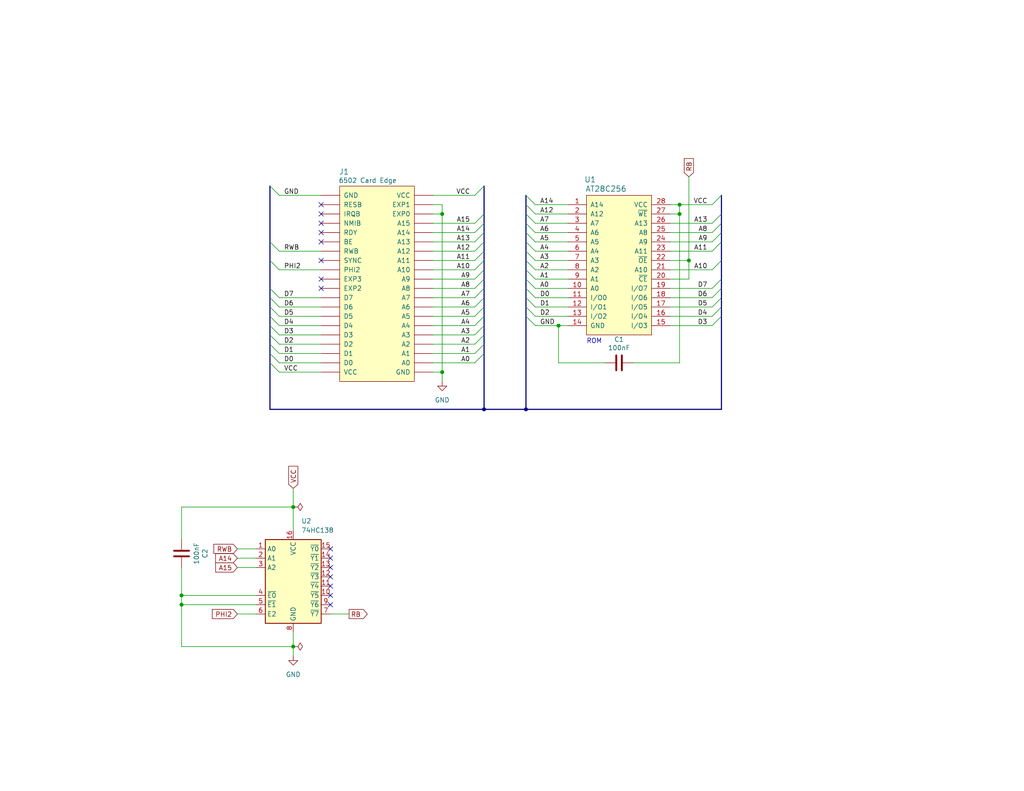
<source format=kicad_sch>
(kicad_sch (version 20250114) (generator "eeschema") (generator_version "9.0")
  (paper "USLetter")
  (title_block (title "6502 ROM Cart") (date "2025-09-17") (rev "1.0") (company "A.C. Wright Design"))
  (lib_symbols
    (symbol "6502 Parts:6502 Card Edge" (pin_names (offset 1.016)) (in_bom no)
      (property "Reference" "J" (at -10.16 28.448 0))
      (property "Value" "6502 Card Edge" (at -5.588 26.924 0))
      (symbol "6502 Card Edge_1_0"
        (rectangle (start -10.16 25.4) (end 10.16 -27.94) (fill (type background)))
        (pin power_in line (at -15.24 22.86 0) (length 5.08) (name "GND") (number "GND"))
        (pin bidirectional line (at -15.24 20.32 0) (length 5.08) (name "RESB") (number "RESB"))
        (pin bidirectional line (at -15.24 17.78 0) (length 5.08) (name "IRQB") (number "IRQB"))
        (pin bidirectional line (at -15.24 15.24 0) (length 5.08) (name "NMIB") (number "NMIB"))
        (pin bidirectional line (at -15.24 12.7 0) (length 5.08) (name "RDY") (number "RDY"))
        (pin bidirectional line (at -15.24 10.16 0) (length 5.08) (name "BE") (number "BE"))
        (pin bidirectional line (at -15.24 7.62 0) (length 5.08) (name "RWB") (number "RWB"))
        (pin bidirectional line (at -15.24 5.08 0) (length 5.08) (name "SYNC") (number "SYNC"))
        (pin bidirectional line (at -15.24 2.54 0) (length 5.08) (name "PHI2") (number "PHI2"))
        (pin bidirectional line (at -15.24 0 0) (length 5.08) (name "EXP3") (number "EXP3"))
        (pin bidirectional line (at -15.24 -2.54 0) (length 5.08) (name "EXP2") (number "EXP2"))
        (pin bidirectional line (at -15.24 -5.08 0) (length 5.08) (name "D7") (number "D7"))
        (pin bidirectional line (at -15.24 -7.62 0) (length 5.08) (name "D6") (number "D6"))
        (pin bidirectional line (at -15.24 -10.16 0) (length 5.08) (name "D5") (number "D5"))
        (pin bidirectional line (at -15.24 -12.7 0) (length 5.08) (name "D4") (number "D4"))
        (pin bidirectional line (at -15.24 -15.24 0) (length 5.08) (name "D3") (number "D3"))
        (pin bidirectional line (at -15.24 -17.78 0) (length 5.08) (name "D2") (number "D2"))
        (pin bidirectional line (at -15.24 -20.32 0) (length 5.08) (name "D1") (number "D1"))
        (pin bidirectional line (at -15.24 -22.86 0) (length 5.08) (name "D0") (number "D0"))
        (pin power_in line (at -15.24 -25.4 0) (length 5.08) (name "VCC") (number "VCC"))
        (pin power_in line (at 15.24 22.86 180) (length 5.08) (name "VCC") (number "VCC"))
        (pin bidirectional line (at 15.24 20.32 180) (length 5.08) (name "EXP1") (number "EXP1"))
        (pin bidirectional line (at 15.24 17.78 180) (length 5.08) (name "EXP0") (number "EXP0"))
        (pin bidirectional line (at 15.24 15.24 180) (length 5.08) (name "A15") (number "A15"))
        (pin bidirectional line (at 15.24 12.7 180) (length 5.08) (name "A14") (number "A14"))
        (pin bidirectional line (at 15.24 10.16 180) (length 5.08) (name "A13") (number "A13"))
        (pin bidirectional line (at 15.24 7.62 180) (length 5.08) (name "A12") (number "A12"))
        (pin bidirectional line (at 15.24 5.08 180) (length 5.08) (name "A11") (number "A11"))
        (pin bidirectional line (at 15.24 2.54 180) (length 5.08) (name "A10") (number "A10"))
        (pin bidirectional line (at 15.24 0 180) (length 5.08) (name "A9") (number "A9"))
        (pin bidirectional line (at 15.24 -2.54 180) (length 5.08) (name "A8") (number "A8"))
        (pin bidirectional line (at 15.24 -5.08 180) (length 5.08) (name "A7") (number "A7"))
        (pin bidirectional line (at 15.24 -7.62 180) (length 5.08) (name "A6") (number "A6"))
        (pin bidirectional line (at 15.24 -10.16 180) (length 5.08) (name "A5") (number "A5"))
        (pin bidirectional line (at 15.24 -12.7 180) (length 5.08) (name "A4") (number "A4"))
        (pin bidirectional line (at 15.24 -15.24 180) (length 5.08) (name "A3") (number "A3"))
        (pin bidirectional line (at 15.24 -17.78 180) (length 5.08) (name "A2") (number "A2"))
        (pin bidirectional line (at 15.24 -20.32 180) (length 5.08) (name "A1") (number "A1"))
        (pin bidirectional line (at 15.24 -22.86 180) (length 5.08) (name "A0") (number "A0"))
        (pin power_in line (at 15.24 -25.4 180) (length 5.08) (name "GND") (number "GND"))
      )
    )
    (symbol "6502 Parts:AT28C256" (pin_names (offset 1.016))
      (property "Reference" "U" (at 4.826 6.858 0))
      (property "Value" "AT28C256" (at 4.826 4.318 0))
      (symbol "AT28C256_1_0"
        (pin bidirectional line (at 0 0 0) (length 5.08) (name "A14") (number "1"))
        (pin bidirectional line (at 0 -2.54 0) (length 5.08) (name "A12") (number "2"))
        (pin bidirectional line (at 0 -5.08 0) (length 5.08) (name "A7") (number "3"))
        (pin bidirectional line (at 0 -7.62 0) (length 5.08) (name "A6") (number "4"))
        (pin bidirectional line (at 0 -10.16 0) (length 5.08) (name "A5") (number "5"))
        (pin bidirectional line (at 0 -12.7 0) (length 5.08) (name "A4") (number "6"))
        (pin bidirectional line (at 0 -15.24 0) (length 5.08) (name "A3") (number "7"))
        (pin bidirectional line (at 0 -17.78 0) (length 5.08) (name "A2") (number "8"))
        (pin bidirectional line (at 0 -20.32 0) (length 5.08) (name "A1") (number "9"))
        (pin bidirectional line (at 0 -22.86 0) (length 5.08) (name "A0") (number "10"))
        (pin bidirectional line (at 0 -25.4 0) (length 5.08) (name "I/O0") (number "11"))
        (pin bidirectional line (at 0 -27.94 0) (length 5.08) (name "I/O1") (number "12"))
        (pin bidirectional line (at 0 -30.48 0) (length 5.08) (name "I/O2") (number "13"))
        (pin power_in line (at 0 -33.02 0) (length 5.08) (name "GND") (number "14"))
        (pin power_in line (at 27.94 0 180) (length 5.08) (name "VCC") (number "28"))
        (pin bidirectional line (at 27.94 -2.54 180) (length 5.08) (name "~{WE}") (number "27"))
        (pin bidirectional line (at 27.94 -5.08 180) (length 5.08) (name "A13") (number "26"))
        (pin bidirectional line (at 27.94 -7.62 180) (length 5.08) (name "A8") (number "25"))
        (pin bidirectional line (at 27.94 -10.16 180) (length 5.08) (name "A9") (number "24"))
        (pin bidirectional line (at 27.94 -12.7 180) (length 5.08) (name "A11") (number "23"))
        (pin bidirectional line (at 27.94 -15.24 180) (length 5.08) (name "~{OE}") (number "22"))
        (pin bidirectional line (at 27.94 -17.78 180) (length 5.08) (name "A10") (number "21"))
        (pin bidirectional line (at 27.94 -20.32 180) (length 5.08) (name "~{CE}") (number "20"))
        (pin bidirectional line (at 27.94 -22.86 180) (length 5.08) (name "I/O7") (number "19"))
        (pin bidirectional line (at 27.94 -25.4 180) (length 5.08) (name "I/O6") (number "18"))
        (pin bidirectional line (at 27.94 -27.94 180) (length 5.08) (name "I/O5") (number "17"))
        (pin bidirectional line (at 27.94 -30.48 180) (length 5.08) (name "I/O4") (number "16"))
        (pin bidirectional line (at 27.94 -33.02 180) (length 5.08) (name "I/O3") (number "15"))
      )
      (symbol "AT28C256_1_1"
        (rectangle (start 5.08 2.54) (end 22.86 -35.56) (fill (type background)))
      )
    )
    (symbol "74xx:74HC138"
      (property "Reference" "U" (at -7.62 13.97 0))
      (property "Value" "74HC138" (at 2.54 -11.43 0))
      (symbol "74HC138_0_1"
        (rectangle (start -7.62 12.7) (end 7.62 -10.16) (stroke (width 0.254)) (fill (type background)))
      )
      (symbol "74HC138_1_1"
        (pin input line (at -10.16 10.16 0) (length 2.54) (name "A0") (number "1"))
        (pin input line (at -10.16 7.62 0) (length 2.54) (name "A1") (number "2"))
        (pin input line (at -10.16 5.08 0) (length 2.54) (name "A2") (number "3"))
        (pin input line (at -10.16 -2.54 0) (length 2.54) (name "~{E0}") (number "4"))
        (pin input line (at -10.16 -5.08 0) (length 2.54) (name "~{E1}") (number "5"))
        (pin input line (at -10.16 -7.62 0) (length 2.54) (name "E2") (number "6"))
        (pin power_in line (at 0 15.24 270) (length 2.54) (name "VCC") (number "16"))
        (pin power_in line (at 0 -12.7 90) (length 2.54) (name "GND") (number "8"))
        (pin output line (at 10.16 10.16 180) (length 2.54) (name "~{Y0}") (number "15"))
        (pin output line (at 10.16 7.62 180) (length 2.54) (name "~{Y1}") (number "14"))
        (pin output line (at 10.16 5.08 180) (length 2.54) (name "~{Y2}") (number "13"))
        (pin output line (at 10.16 2.54 180) (length 2.54) (name "~{Y3}") (number "12"))
        (pin output line (at 10.16 0 180) (length 2.54) (name "~{Y4}") (number "11"))
        (pin output line (at 10.16 -2.54 180) (length 2.54) (name "~{Y5}") (number "10"))
        (pin output line (at 10.16 -5.08 180) (length 2.54) (name "~{Y6}") (number "9"))
        (pin output line (at 10.16 -7.62 180) (length 2.54) (name "~{Y7}") (number "7"))
      )
    )
    (symbol "Device:C" (pin_numbers (hide yes)) (pin_names (offset 0.254))
      (property "Reference" "C" (at 0.635 2.54 0))
      (property "Value" "C" (at 0.635 -2.54 0))
      (symbol "C_0_1"
        (polyline (pts (xy -2.032 0.762) (xy 2.032 0.762)) (stroke (width 0.508)))
        (polyline (pts (xy -2.032 -0.762) (xy 2.032 -0.762)) (stroke (width 0.508)))
      )
      (symbol "C_1_1"
        (pin passive line (at 0 3.81 270) (length 2.794) (name "~") (number "1"))
        (pin passive line (at 0 -3.81 90) (length 2.794) (name "~") (number "2"))
      )
    )
    (symbol "power:GND" (power) (pin_numbers (hide yes)) (pin_names (offset 0) (hide yes))
      (property "Value" "GND" (at 0 -3.81 0))
      (symbol "GND_0_1"
        (polyline (pts (xy 0 0) (xy 0 -1.27) (xy 1.27 -1.27) (xy 0 -2.54) (xy -1.27 -1.27) (xy 0 -1.27)))
      )
      (symbol "GND_1_1"
        (pin power_in line (at 0 0 270) (length 0) (name "~") (number "1"))
      )
    )
    (symbol "power:PWR_FLAG" (power) (pin_numbers (hide yes)) (pin_names (offset 0) (hide yes))
      (property "Value" "PWR_FLAG" (at 0 3.81 0))
      (symbol "PWR_FLAG_0_0"
        (pin power_out line (at 0 0 90) (length 0) (name "~") (number "1"))
      )
      (symbol "PWR_FLAG_0_1"
        (polyline (pts (xy 0 0) (xy 0 1.27) (xy -1.016 1.905) (xy 0 2.54) (xy 1.016 1.905) (xy 0 1.27)))
      )
    )
  )
  (text "ROM" (at 160.02 93.98 0) (effects (font (size 1.27 1.27)) (justify left bottom)))
  (junction (at 49.53 165.1))
  (junction (at 80.01 176.53))
  (junction (at 120.65 58.42))
  (junction (at 143.51 111.76))
  (junction (at 132.08 111.76))
  (junction (at 185.42 58.42))
  (junction (at 80.01 138.43))
  (junction (at 187.96 71.12))
  (junction (at 49.53 162.56))
  (junction (at 120.65 101.6))
  (junction (at 185.42 55.88))
  (junction (at 152.4 88.9))
  (no_connect (at 87.63 66.04))
  (no_connect (at 90.17 152.4))
  (no_connect (at 87.63 55.88))
  (no_connect (at 90.17 149.86))
  (no_connect (at 87.63 60.96))
  (no_connect (at 90.17 162.56))
  (no_connect (at 90.17 165.1))
  (no_connect (at 90.17 157.48))
  (no_connect (at 87.63 58.42))
  (no_connect (at 87.63 71.12))
  (no_connect (at 87.63 78.74))
  (no_connect (at 87.63 76.2))
  (no_connect (at 87.63 63.5))
  (no_connect (at 90.17 160.02))
  (no_connect (at 90.17 154.94))
  (bus_entry (at 143.51 66.04) (size 2.54 2.54))
  (bus_entry (at 196.85 63.5) (size -2.54 2.54))
  (bus_entry (at 73.66 78.74) (size 2.54 2.54))
  (bus_entry (at 129.54 53.34) (size 2.54 -2.54))
  (bus_entry (at 132.08 93.98) (size -2.54 2.54))
  (bus_entry (at 132.08 60.96) (size -2.54 2.54))
  (bus_entry (at 73.66 50.8) (size 2.54 2.54))
  (bus_entry (at 73.66 99.06) (size 2.54 2.54))
  (bus_entry (at 132.08 81.28) (size -2.54 2.54))
  (bus_entry (at 196.85 76.2) (size -2.54 2.54))
  (bus_entry (at 143.51 83.82) (size 2.54 2.54))
  (bus_entry (at 132.08 83.82) (size -2.54 2.54))
  (bus_entry (at 196.85 53.34) (size -2.54 2.54))
  (bus_entry (at 132.08 66.04) (size -2.54 2.54))
  (bus_entry (at 132.08 73.66) (size -2.54 2.54))
  (bus_entry (at 132.08 96.52) (size -2.54 2.54))
  (bus_entry (at 73.66 81.28) (size 2.54 2.54))
  (bus_entry (at 143.51 81.28) (size 2.54 2.54))
  (bus_entry (at 143.51 76.2) (size 2.54 2.54))
  (bus_entry (at 143.51 58.42) (size 2.54 2.54))
  (bus_entry (at 143.51 55.88) (size 2.54 2.54))
  (bus_entry (at 196.85 66.04) (size -2.54 2.54))
  (bus_entry (at 132.08 63.5) (size -2.54 2.54))
  (bus_entry (at 73.66 88.9) (size 2.54 2.54))
  (bus_entry (at 73.66 91.44) (size 2.54 2.54))
  (bus_entry (at 132.08 88.9) (size -2.54 2.54))
  (bus_entry (at 132.08 71.12) (size -2.54 2.54))
  (bus_entry (at 132.08 58.42) (size -2.54 2.54))
  (bus_entry (at 143.51 86.36) (size 2.54 2.54))
  (bus_entry (at 143.51 73.66) (size 2.54 2.54))
  (bus_entry (at 132.08 76.2) (size -2.54 2.54))
  (bus_entry (at 73.66 86.36) (size 2.54 2.54))
  (bus_entry (at 196.85 86.36) (size -2.54 2.54))
  (bus_entry (at 143.51 53.34) (size 2.54 2.54))
  (bus_entry (at 196.85 60.96) (size -2.54 2.54))
  (bus_entry (at 196.85 78.74) (size -2.54 2.54))
  (bus_entry (at 132.08 86.36) (size -2.54 2.54))
  (bus_entry (at 73.66 83.82) (size 2.54 2.54))
  (bus_entry (at 132.08 78.74) (size -2.54 2.54))
  (bus_entry (at 132.08 68.58) (size -2.54 2.54))
  (bus_entry (at 73.66 93.98) (size 2.54 2.54))
  (bus_entry (at 196.85 81.28) (size -2.54 2.54))
  (bus_entry (at 143.51 63.5) (size 2.54 2.54))
  (bus_entry (at 73.66 96.52) (size 2.54 2.54))
  (bus_entry (at 143.51 60.96) (size 2.54 2.54))
  (bus_entry (at 143.51 71.12) (size 2.54 2.54))
  (bus_entry (at 196.85 58.42) (size -2.54 2.54))
  (bus_entry (at 196.85 71.12) (size -2.54 2.54))
  (bus_entry (at 143.51 78.74) (size 2.54 2.54))
  (bus_entry (at 132.08 91.44) (size -2.54 2.54))
  (bus_entry (at 73.66 71.12) (size 2.54 2.54))
  (bus_entry (at 143.51 68.58) (size 2.54 2.54))
  (bus_entry (at 73.66 66.04) (size 2.54 2.54))
  (bus_entry (at 196.85 83.82) (size -2.54 2.54))
  (wire (pts (xy 146.05 55.88) (xy 154.94 55.88)))
  (wire (pts (xy 194.31 66.04) (xy 182.88 66.04)))
  (wire (pts (xy 194.31 83.82) (xy 182.88 83.82)))
  (wire (pts (xy 80.01 138.43) (xy 80.01 144.78)))
  (wire (pts (xy 87.63 88.9) (xy 76.2 88.9)))
  (wire (pts (xy 194.31 60.96) (xy 182.88 60.96)))
  (wire (pts (xy 49.53 138.43) (xy 49.53 147.32)))
  (wire (pts (xy 49.53 165.1) (xy 49.53 162.56)))
  (wire (pts (xy 49.53 176.53) (xy 80.01 176.53)))
  (wire (pts (xy 118.11 66.04) (xy 129.54 66.04)))
  (bus (pts (xy 143.51 83.82) (xy 143.51 86.36)))
  (wire (pts (xy 185.42 99.06) (xy 185.42 58.42)))
  (bus (pts (xy 132.08 63.5) (xy 132.08 66.04)))
  (wire (pts (xy 49.53 176.53) (xy 49.53 165.1)))
  (wire (pts (xy 87.63 83.82) (xy 76.2 83.82)))
  (bus (pts (xy 196.85 78.74) (xy 196.85 81.28)))
  (wire (pts (xy 87.63 99.06) (xy 76.2 99.06)))
  (bus (pts (xy 143.51 71.12) (xy 143.51 73.66)))
  (bus (pts (xy 143.51 53.34) (xy 143.51 55.88)))
  (wire (pts (xy 76.2 96.52) (xy 87.63 96.52)))
  (wire (pts (xy 87.63 93.98) (xy 76.2 93.98)))
  (bus (pts (xy 196.85 63.5) (xy 196.85 66.04)))
  (wire (pts (xy 76.2 53.34) (xy 87.63 53.34)))
  (bus (pts (xy 196.85 83.82) (xy 196.85 86.36)))
  (wire (pts (xy 154.94 58.42) (xy 146.05 58.42)))
  (wire (pts (xy 80.01 172.72) (xy 80.01 176.53)))
  (bus (pts (xy 73.66 111.76) (xy 132.08 111.76)))
  (wire (pts (xy 76.2 68.58) (xy 87.63 68.58)))
  (wire (pts (xy 80.01 138.43) (xy 49.53 138.43)))
  (bus (pts (xy 73.66 96.52) (xy 73.66 99.06)))
  (bus (pts (xy 73.66 66.04) (xy 73.66 71.12)))
  (wire (pts (xy 182.88 63.5) (xy 194.31 63.5)))
  (bus (pts (xy 143.51 58.42) (xy 143.51 60.96)))
  (bus (pts (xy 73.66 71.12) (xy 73.66 78.74)))
  (bus (pts (xy 196.85 81.28) (xy 196.85 83.82)))
  (wire (pts (xy 146.05 60.96) (xy 154.94 60.96)))
  (bus (pts (xy 132.08 60.96) (xy 132.08 63.5)))
  (bus (pts (xy 132.08 73.66) (xy 132.08 76.2)))
  (wire (pts (xy 118.11 83.82) (xy 129.54 83.82)))
  (wire (pts (xy 154.94 88.9) (xy 152.4 88.9)))
  (wire (pts (xy 185.42 55.88) (xy 194.31 55.88)))
  (wire (pts (xy 76.2 81.28) (xy 87.63 81.28)))
  (wire (pts (xy 182.88 73.66) (xy 194.31 73.66)))
  (wire (pts (xy 146.05 76.2) (xy 154.94 76.2)))
  (wire (pts (xy 187.96 48.26) (xy 187.96 71.12)))
  (wire (pts (xy 80.01 176.53) (xy 80.01 179.07)))
  (wire (pts (xy 194.31 88.9) (xy 182.88 88.9)))
  (bus (pts (xy 143.51 76.2) (xy 143.51 78.74)))
  (wire (pts (xy 64.77 152.4) (xy 69.85 152.4)))
  (wire (pts (xy 146.05 86.36) (xy 154.94 86.36)))
  (bus (pts (xy 73.66 88.9) (xy 73.66 91.44)))
  (wire (pts (xy 118.11 96.52) (xy 129.54 96.52)))
  (wire (pts (xy 49.53 154.94) (xy 49.53 162.56)))
  (wire (pts (xy 118.11 53.34) (xy 129.54 53.34)))
  (wire (pts (xy 152.4 88.9) (xy 152.4 99.06)))
  (wire (pts (xy 172.72 99.06) (xy 185.42 99.06)))
  (bus (pts (xy 132.08 66.04) (xy 132.08 68.58)))
  (bus (pts (xy 132.08 88.9) (xy 132.08 91.44)))
  (wire (pts (xy 182.88 58.42) (xy 185.42 58.42)))
  (wire (pts (xy 118.11 88.9) (xy 129.54 88.9)))
  (wire (pts (xy 76.2 91.44) (xy 87.63 91.44)))
  (wire (pts (xy 118.11 71.12) (xy 129.54 71.12)))
  (wire (pts (xy 154.94 73.66) (xy 146.05 73.66)))
  (bus (pts (xy 196.85 71.12) (xy 196.85 76.2)))
  (wire (pts (xy 187.96 71.12) (xy 187.96 76.2)))
  (bus (pts (xy 132.08 96.52) (xy 132.08 111.76)))
  (bus (pts (xy 132.08 83.82) (xy 132.08 86.36)))
  (wire (pts (xy 129.54 86.36) (xy 118.11 86.36)))
  (wire (pts (xy 76.2 86.36) (xy 87.63 86.36)))
  (wire (pts (xy 64.77 149.86) (xy 69.85 149.86)))
  (wire (pts (xy 129.54 91.44) (xy 118.11 91.44)))
  (wire (pts (xy 129.54 99.06) (xy 118.11 99.06)))
  (bus (pts (xy 132.08 111.76) (xy 143.51 111.76)))
  (wire (pts (xy 49.53 162.56) (xy 69.85 162.56)))
  (wire (pts (xy 64.77 154.94) (xy 69.85 154.94)))
  (bus (pts (xy 143.51 55.88) (xy 143.51 58.42)))
  (wire (pts (xy 118.11 101.6) (xy 120.65 101.6)))
  (wire (pts (xy 118.11 78.74) (xy 129.54 78.74)))
  (bus (pts (xy 196.85 86.36) (xy 196.85 111.76)))
  (wire (pts (xy 182.88 86.36) (xy 194.31 86.36)))
  (wire (pts (xy 118.11 55.88) (xy 120.65 55.88)))
  (bus (pts (xy 132.08 71.12) (xy 132.08 73.66)))
  (wire (pts (xy 64.77 167.64) (xy 69.85 167.64)))
  (wire (pts (xy 182.88 55.88) (xy 185.42 55.88)))
  (wire (pts (xy 118.11 93.98) (xy 129.54 93.98)))
  (wire (pts (xy 154.94 83.82) (xy 146.05 83.82)))
  (wire (pts (xy 118.11 60.96) (xy 129.54 60.96)))
  (bus (pts (xy 143.51 63.5) (xy 143.51 66.04)))
  (bus (pts (xy 132.08 50.8) (xy 132.08 58.42)))
  (wire (pts (xy 76.2 101.6) (xy 87.63 101.6)))
  (wire (pts (xy 185.42 58.42) (xy 185.42 55.88)))
  (bus (pts (xy 143.51 78.74) (xy 143.51 81.28)))
  (bus (pts (xy 73.66 93.98) (xy 73.66 96.52)))
  (bus (pts (xy 73.66 83.82) (xy 73.66 86.36)))
  (wire (pts (xy 49.53 165.1) (xy 69.85 165.1)))
  (bus (pts (xy 73.66 86.36) (xy 73.66 88.9)))
  (wire (pts (xy 90.17 167.64) (xy 95.25 167.64)))
  (bus (pts (xy 196.85 53.34) (xy 196.85 58.42)))
  (wire (pts (xy 194.31 78.74) (xy 182.88 78.74)))
  (bus (pts (xy 73.66 81.28) (xy 73.66 83.82)))
  (wire (pts (xy 182.88 68.58) (xy 194.31 68.58)))
  (wire (pts (xy 154.94 78.74) (xy 146.05 78.74)))
  (wire (pts (xy 152.4 88.9) (xy 146.05 88.9)))
  (wire (pts (xy 154.94 63.5) (xy 146.05 63.5)))
  (bus (pts (xy 143.51 68.58) (xy 143.51 71.12)))
  (wire (pts (xy 146.05 66.04) (xy 154.94 66.04)))
  (bus (pts (xy 196.85 66.04) (xy 196.85 71.12)))
  (bus (pts (xy 132.08 91.44) (xy 132.08 93.98)))
  (bus (pts (xy 143.51 66.04) (xy 143.51 68.58)))
  (wire (pts (xy 146.05 71.12) (xy 154.94 71.12)))
  (wire (pts (xy 182.88 81.28) (xy 194.31 81.28)))
  (bus (pts (xy 196.85 58.42) (xy 196.85 60.96)))
  (wire (pts (xy 118.11 76.2) (xy 129.54 76.2)))
  (wire (pts (xy 120.65 55.88) (xy 120.65 58.42)))
  (bus (pts (xy 132.08 86.36) (xy 132.08 88.9)))
  (bus (pts (xy 132.08 93.98) (xy 132.08 96.52)))
  (bus (pts (xy 132.08 76.2) (xy 132.08 78.74)))
  (wire (pts (xy 120.65 58.42) (xy 120.65 101.6)))
  (wire (pts (xy 120.65 101.6) (xy 120.65 104.14)))
  (bus (pts (xy 143.51 73.66) (xy 143.51 76.2)))
  (wire (pts (xy 129.54 81.28) (xy 118.11 81.28)))
  (bus (pts (xy 143.51 60.96) (xy 143.51 63.5)))
  (wire (pts (xy 129.54 63.5) (xy 118.11 63.5)))
  (bus (pts (xy 132.08 81.28) (xy 132.08 83.82)))
  (bus (pts (xy 143.51 81.28) (xy 143.51 83.82)))
  (wire (pts (xy 80.01 138.43) (xy 80.01 133.35)))
  (wire (pts (xy 118.11 58.42) (xy 120.65 58.42)))
  (bus (pts (xy 73.66 50.8) (xy 73.66 66.04)))
  (bus (pts (xy 143.51 111.76) (xy 196.85 111.76)))
  (wire (pts (xy 182.88 76.2) (xy 187.96 76.2)))
  (wire (pts (xy 182.88 71.12) (xy 187.96 71.12)))
  (bus (pts (xy 132.08 78.74) (xy 132.08 81.28)))
  (wire (pts (xy 129.54 68.58) (xy 118.11 68.58)))
  (wire (pts (xy 152.4 99.06) (xy 165.1 99.06)))
  (bus (pts (xy 73.66 78.74) (xy 73.66 81.28)))
  (bus (pts (xy 73.66 99.06) (xy 73.66 111.76)))
  (wire (pts (xy 154.94 68.58) (xy 146.05 68.58)))
  (bus (pts (xy 196.85 76.2) (xy 196.85 78.74)))
  (bus (pts (xy 143.51 86.36) (xy 143.51 111.76)))
  (wire (pts (xy 146.05 81.28) (xy 154.94 81.28)))
  (wire (pts (xy 76.2 73.66) (xy 87.63 73.66)))
  (wire (pts (xy 129.54 73.66) (xy 118.11 73.66)))
  (bus (pts (xy 73.66 91.44) (xy 73.66 93.98)))
  (bus (pts (xy 132.08 68.58) (xy 132.08 71.12)))
  (bus (pts (xy 196.85 60.96) (xy 196.85 63.5)))
  (bus (pts (xy 132.08 58.42) (xy 132.08 60.96)))
  (label "VCC" (at 77.47 101.6 0))
  (label "A2" (at 147.32 73.66 0))
  (label "RWB" (at 77.47 68.58 0))
  (label "A13" (at 193.04 60.96 180))
  (label "A8" (at 128.27 78.74 180))
  (label "A12" (at 128.27 68.58 180))
  (label "D0" (at 77.47 99.06 0))
  (label "D3" (at 193.04 88.9 180))
  (label "D0" (at 147.32 81.28 0))
  (label "A0" (at 128.27 99.06 180))
  (label "PHI2" (at 77.47 73.66 0))
  (label "VCC" (at 124.46 53.34 0))
  (label "A14" (at 128.27 63.5 180))
  (label "A6" (at 128.27 83.82 180))
  (label "A13" (at 128.27 66.04 180))
  (label "D5" (at 193.04 83.82 180))
  (label "A5" (at 147.32 66.04 0))
  (label "A7" (at 147.32 60.96 0))
  (label "A1" (at 128.27 96.52 180))
  (label "D7" (at 77.47 81.28 0))
  (label "A5" (at 128.27 86.36 180))
  (label "A3" (at 128.27 91.44 180))
  (label "D5" (at 77.47 86.36 0))
  (label "A2" (at 128.27 93.98 180))
  (label "A9" (at 193.04 66.04 180))
  (label "D1" (at 77.47 96.52 0))
  (label "VCC" (at 193.04 55.88 180))
  (label "A0" (at 147.32 78.74 0))
  (label "A14" (at 147.32 55.88 0))
  (label "A4" (at 147.32 68.58 0))
  (label "GND" (at 77.47 53.34 0))
  (label "A10" (at 193.04 73.66 180))
  (label "D2" (at 77.47 93.98 0))
  (label "A9" (at 128.27 76.2 180))
  (label "D7" (at 193.04 78.74 180))
  (label "A11" (at 128.27 71.12 180))
  (label "D1" (at 147.32 83.82 0))
  (label "A8" (at 193.04 63.5 180))
  (label "A3" (at 147.32 71.12 0))
  (label "A15" (at 128.27 60.96 180))
  (label "A4" (at 128.27 88.9 180))
  (label "A6" (at 147.32 63.5 0))
  (label "A11" (at 193.04 68.58 180))
  (label "A1" (at 147.32 76.2 0))
  (label "D6" (at 193.04 81.28 180))
  (label "D3" (at 77.47 91.44 0))
  (label "D4" (at 193.04 86.36 180))
  (label "D6" (at 77.47 83.82 0))
  (label "D2" (at 147.32 86.36 0))
  (label "A10" (at 128.27 73.66 180))
  (label "GND" (at 147.32 88.9 0))
  (label "A12" (at 147.32 58.42 0))
  (label "D4" (at 77.47 88.9 0))
  (label "A7" (at 128.27 81.28 180))
  (global_label "VCC" (shape input) (at 80.01 133.35 90) (property "Intersheetrefs" "${INTERSHEET_REFS}" (effects (hide yes))))
  (global_label "PHI2" (shape input) (at 64.77 167.64 180) (property "Intersheetrefs" "${INTERSHEET_REFS}" (effects (hide yes))))
  (global_label "A14" (shape input) (at 64.77 152.4 180) (property "Intersheetrefs" "${INTERSHEET_REFS}" (effects (hide yes))))
  (global_label "RB" (shape input) (at 187.96 48.26 90) (property "Intersheetrefs" "${INTERSHEET_REFS}" (effects (hide yes))))
  (global_label "A15" (shape input) (at 64.77 154.94 180) (property "Intersheetrefs" "${INTERSHEET_REFS}" (effects (hide yes))))
  (global_label "RWB" (shape input) (at 64.77 149.86 180) (property "Intersheetrefs" "${INTERSHEET_REFS}" (effects (hide yes))))
  (global_label "RB" (shape output) (at 95.25 167.64 0) (property "Intersheetrefs" "${INTERSHEET_REFS}" (effects (hide yes))))
  (symbol (lib_id "6502 Parts:6502 Card Edge") (at 102.87 76.2 0) (unit 1) (in_bom no)
    (property "Reference" "J1" (at 92.456 47.752 0) (effects (font (size 1.4986 1.4986)) (justify left bottom)))
    (property "Value" "6502 Card Edge" (at 100.33 49.276 0))
    (property "Footprint" "6502 Parts:6502 Card Edge" (effects (hide yes)))
  )
  (symbol (lib_id "6502 Parts:AT28C256") (at 154.94 55.88 0) (unit 1) (in_bom no)
    (property "Reference" "U1" (at 161.036 49.022 0) (effects (font (size 1.4986 1.4986))))
    (property "Value" "AT28C256" (at 165.354 51.562 0) (effects (font (size 1.4986 1.4986))))
    (property "Footprint" "Package_DIP:DIP-28_W15.24mm_Socket_LongPads" (effects (hide yes)))
  )
  (symbol (lib_id "Device:C") (at 168.91 99.06 270) (unit 1)
    (property "Reference" "C1" (at 168.91 92.6592 90))
    (property "Value" "100nF" (at 168.91 94.9706 90))
    (property "Footprint" "Capacitor_SMD:C_0805_2012Metric" (effects (hide yes)))
    (property "LCSC" "C49678" (effects (hide yes)))
  )
  (symbol (lib_id "power:PWR_FLAG") (at 80.01 176.53 270) (unit 1)
    (property "Reference" "#FLG02" (effects (hide yes)))
    (property "Value" "PWR_FLAG" (effects (hide yes)))
    (property "Description" "Special symbol for telling ERC where power comes from" (effects (hide yes)))
  )
  (symbol (lib_id "Device:C") (at 49.53 151.13 0) (unit 1)
    (property "Reference" "C2" (at 55.9308 151.13 90))
    (property "Value" "100nF" (at 53.6194 151.13 90))
    (property "Footprint" "Capacitor_SMD:C_0805_2012Metric" (effects (hide yes)))
    (property "LCSC" "C49678" (effects (hide yes)))
  )
  (symbol (lib_id "power:PWR_FLAG") (at 80.01 138.43 270) (unit 1)
    (property "Reference" "#FLG01" (effects (hide yes)))
    (property "Value" "PWR_FLAG" (effects (hide yes)))
    (property "Description" "Special symbol for telling ERC where power comes from" (effects (hide yes)))
  )
  (symbol (lib_id "74xx:74HC138") (at 80.01 160.02 0) (unit 1)
    (property "Reference" "U2" (at 82.2041 142.24 0) (effects (justify left)))
    (property "Value" "74HC138" (at 82.2041 144.78 0) (effects (justify left)))
    (property "Footprint" "Package_SO:SOIC-16_3.9x9.9mm_P1.27mm" (effects (hide yes)))
    (property "Datasheet" "http://www.ti.com/lit/ds/symlink/cd74hc238.pdf" (effects (hide yes)))
    (property "Description" "3-to-8 line decoder/multiplexer inverting, DIP-16/SOIC-16/SSOP-16" (effects (hide yes)))
    (property "LCSC" "C5602" (effects (hide yes)))
  )
  (symbol (lib_id "power:GND") (at 120.65 104.14 0) (unit 1)
    (property "Reference" "#PWR01" (effects (hide yes)))
    (property "Value" "GND" (at 120.65 109.22 0))
    (property "Description" "Power symbol creates a global label with name \"GND\" , ground" (effects (hide yes)))
  )
  (symbol (lib_id "power:GND") (at 80.01 179.07 0) (unit 1)
    (property "Reference" "#PWR02" (effects (hide yes)))
    (property "Value" "GND" (at 80.01 184.15 0))
    (property "Description" "Power symbol creates a global label with name \"GND\" , ground" (effects (hide yes)))
  )
)
</source>
